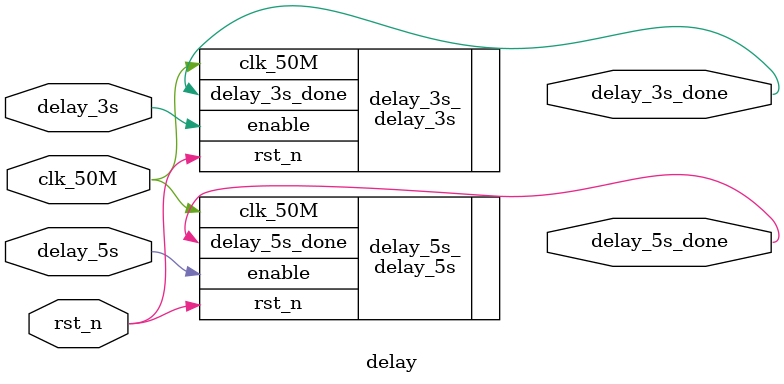
<source format=v>
module delay(
	output delay_5s_done, delay_3s_done,
	input clk_50M, rst_n, delay_5s, delay_3s	
);
	
	delay_5s delay_5s_(
		.clk_50M(clk_50M),
		.rst_n(rst_n),
		.enable(delay_5s),
		.delay_5s_done(delay_5s_done)	
	);
	delay_3s delay_3s_(
		.clk_50M(clk_50M),
		.rst_n(rst_n),
		.enable(delay_3s),
		.delay_3s_done(delay_3s_done)	
	);
endmodule


/*module delay(
	output delay_5s_done, delay_3s_done,
	input clk_1Hz, rst_n, delay_5s, delay_3s	
);
	delay_5s delay_5s_(
		.clk_1Hz(clk_1Hz),
		.rst_n(rst_n),
		.enable(delay_5s),
		.delay_5s_done(delay_5s_done)	
	);
	delay_3s delay_3s_(
		.clk_1Hz(clk_1Hz),
		.rst_n(rst_n),
		.enable(delay_3s),
		.delay_3s_done(delay_3s_done)	
	);
endmodule

*/
</source>
